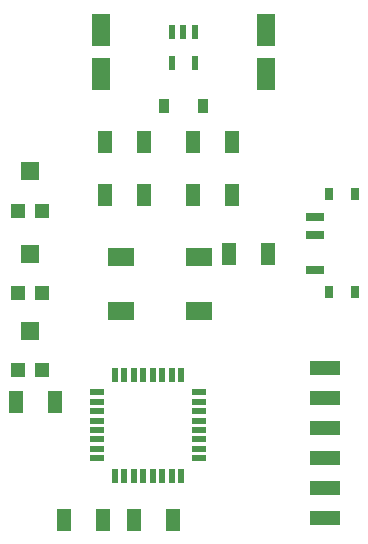
<source format=gtp>
G75*
%MOIN*%
%OFA0B0*%
%FSLAX25Y25*%
%IPPOS*%
%LPD*%
%AMOC8*
5,1,8,0,0,1.08239X$1,22.5*
%
%ADD10R,0.05000X0.07500*%
%ADD11R,0.10000X0.05000*%
%ADD12R,0.09000X0.06000*%
%ADD13R,0.05000X0.02200*%
%ADD14R,0.02200X0.05000*%
%ADD15R,0.02165X0.04724*%
%ADD16R,0.06299X0.11000*%
%ADD17R,0.03583X0.04803*%
%ADD18R,0.03150X0.03937*%
%ADD19R,0.05906X0.02756*%
%ADD20R,0.05906X0.06299*%
%ADD21R,0.04724X0.04724*%
D10*
X0037954Y0012000D03*
X0050954Y0012000D03*
X0061576Y0012000D03*
X0074576Y0012000D03*
X0035206Y0051370D03*
X0022206Y0051370D03*
X0051734Y0120268D03*
X0064734Y0120268D03*
X0064734Y0137984D03*
X0051734Y0137984D03*
X0081261Y0137984D03*
X0094261Y0137984D03*
X0094261Y0120268D03*
X0081261Y0120268D03*
X0093072Y0100583D03*
X0106072Y0100583D03*
D11*
X0125163Y0062591D03*
X0125163Y0052591D03*
X0125163Y0042591D03*
X0125163Y0032591D03*
X0125163Y0022591D03*
X0125163Y0012591D03*
D12*
X0083045Y0081740D03*
X0083045Y0099740D03*
X0057045Y0099740D03*
X0057045Y0081740D03*
D13*
X0049208Y0054520D03*
X0049208Y0051370D03*
X0049208Y0048220D03*
X0049208Y0045071D03*
X0049208Y0041921D03*
X0049208Y0038772D03*
X0049208Y0035622D03*
X0049208Y0032472D03*
X0083008Y0032472D03*
X0083008Y0035622D03*
X0083008Y0038772D03*
X0083008Y0041921D03*
X0083008Y0045071D03*
X0083008Y0048220D03*
X0083008Y0051370D03*
X0083008Y0054520D03*
D14*
X0077131Y0060396D03*
X0073982Y0060396D03*
X0070832Y0060396D03*
X0067682Y0060396D03*
X0064533Y0060396D03*
X0061383Y0060396D03*
X0058234Y0060396D03*
X0055084Y0060396D03*
X0055084Y0026596D03*
X0058234Y0026596D03*
X0061383Y0026596D03*
X0064533Y0026596D03*
X0067682Y0026596D03*
X0070832Y0026596D03*
X0073982Y0026596D03*
X0077131Y0026596D03*
D15*
X0074178Y0164362D03*
X0081659Y0164362D03*
X0081659Y0174598D03*
X0077919Y0174598D03*
X0074178Y0174598D03*
D16*
X0050360Y0175386D03*
X0050360Y0160449D03*
X0105478Y0160449D03*
X0105478Y0175386D03*
D17*
X0084365Y0149795D03*
X0071472Y0149795D03*
D18*
X0126344Y0120465D03*
X0135005Y0120465D03*
X0135005Y0087787D03*
X0126344Y0087787D03*
D19*
X0121816Y0095268D03*
X0121816Y0107079D03*
X0121816Y0112984D03*
D20*
X0026737Y0100583D03*
X0026737Y0074992D03*
X0026737Y0128142D03*
D21*
X0022800Y0115051D03*
X0030675Y0115051D03*
X0030675Y0087492D03*
X0022800Y0087492D03*
X0022800Y0061902D03*
X0030675Y0061902D03*
M02*

</source>
